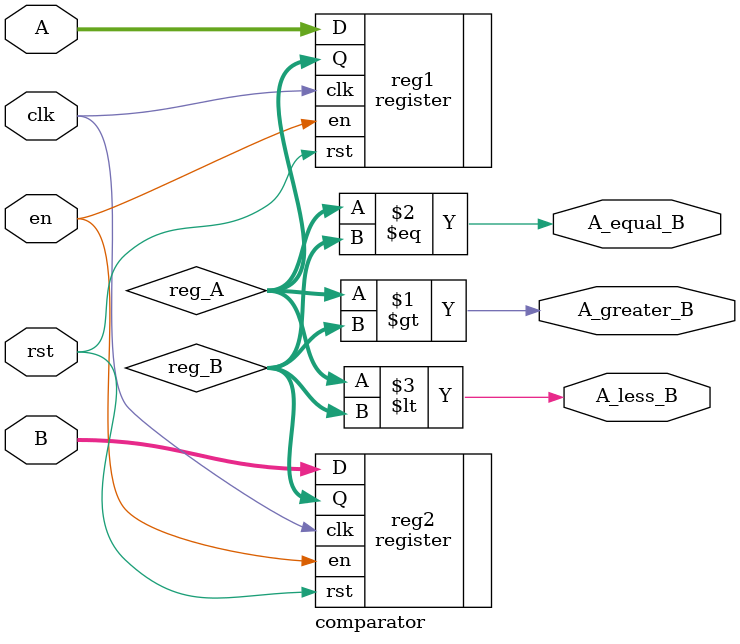
<source format=v>
module comparator (
    input [3:0] A,          
    input [3:0] B,          
    input clk,              
    input rst,              
    input en,               
    output A_greater_B,     
    output A_equal_B,       
    output A_less_B         
);
    wire [3:0] reg_A, reg_B; 

    register reg1 (.D(A), .clk(clk), .rst(rst), .en(en), .Q(reg_A));
    register reg2 (.D(B), .clk(clk), .rst(rst), .en(en), .Q(reg_B));

    assign A_greater_B = (reg_A > reg_B);
    assign A_equal_B = (reg_A == reg_B);
    assign A_less_B = (reg_A < reg_B);

endmodule

</source>
